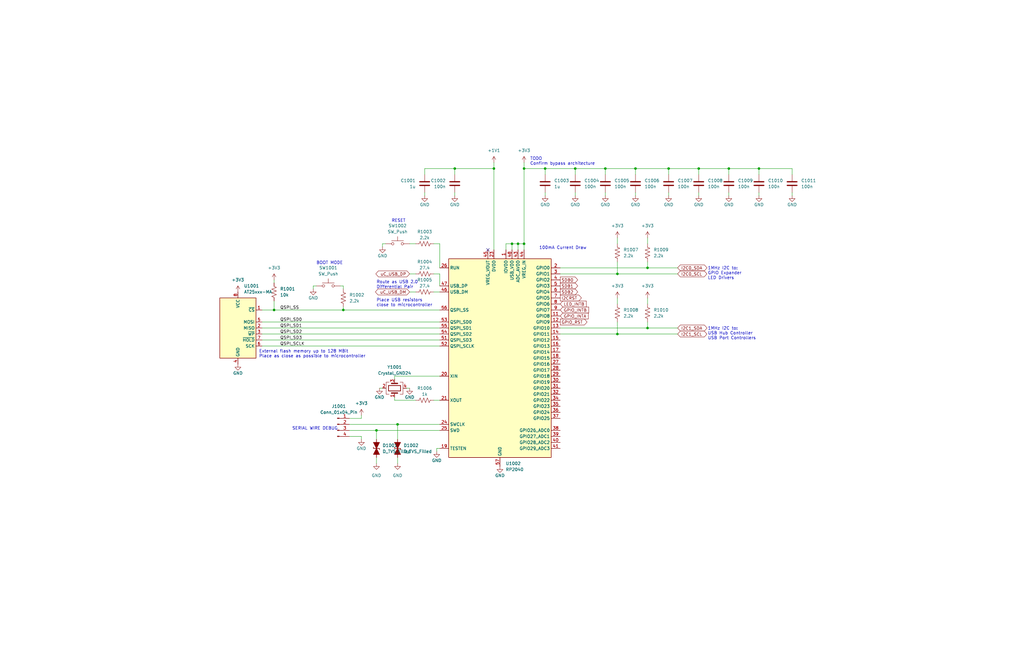
<source format=kicad_sch>
(kicad_sch (version 20230121) (generator eeschema)
  (paper "USLedger")
  (title_block (title "ErgoDUE") (date "2024-01-15") (rev "V0.1"))
  (lib_symbols
    (symbol "Connector:Conn_01x04_Pin" (pin_names (offset 1.016) hide)
      (property "Reference" "J" (at 0 5.08 0))
      (property "Value" "Conn_01x04_Pin" (at 0 -7.62 0))
      (symbol "Conn_01x04_Pin_1_1"
        (polyline (pts (xy 1.27 -5.08) (xy 0.8636 -5.08)) (stroke (width 0.1524)))
        (polyline (pts (xy 1.27 -2.54) (xy 0.8636 -2.54)) (stroke (width 0.1524)))
        (polyline (pts (xy 1.27 0) (xy 0.8636 0)) (stroke (width 0.1524)))
        (polyline (pts (xy 1.27 2.54) (xy 0.8636 2.54)) (stroke (width 0.1524)))
        (rectangle (start 0.8636 -4.953) (end 0 -5.207) (stroke (width 0.1524)) (fill (type outline)))
        (rectangle (start 0.8636 -2.413) (end 0 -2.667) (stroke (width 0.1524)) (fill (type outline)))
        (rectangle (start 0.8636 0.127) (end 0 -0.127) (stroke (width 0.1524)) (fill (type outline)))
        (rectangle (start 0.8636 2.667) (end 0 2.413) (stroke (width 0.1524)) (fill (type outline)))
        (pin passive line (at 5.08 2.54 180) (length 3.81) (name "Pin_1") (number "1"))
        (pin passive line (at 5.08 0 180) (length 3.81) (name "Pin_2") (number "2"))
        (pin passive line (at 5.08 -2.54 180) (length 3.81) (name "Pin_3") (number "3"))
        (pin passive line (at 5.08 -5.08 180) (length 3.81) (name "Pin_4") (number "4"))
      )
    )
    (symbol "Device:C" (pin_numbers hide) (pin_names (offset 0.254))
      (property "Reference" "C" (at 0.635 2.54 0))
      (property "Value" "C" (at 0.635 -2.54 0))
      (symbol "C_0_1"
        (polyline (pts (xy -2.032 -0.762) (xy 2.032 -0.762)) (stroke (width 0.508)))
        (polyline (pts (xy -2.032 0.762) (xy 2.032 0.762)) (stroke (width 0.508)))
      )
      (symbol "C_1_1"
        (pin passive line (at 0 3.81 270) (length 2.794) (name "~") (number "1"))
        (pin passive line (at 0 -3.81 90) (length 2.794) (name "~") (number "2"))
      )
    )
    (symbol "Device:Crystal_GND24" (pin_names (offset 1.016) hide)
      (property "Reference" "Y" (at 3.175 5.08 0))
      (property "Value" "Crystal_GND24" (at 3.175 3.175 0))
      (symbol "Crystal_GND24_0_1"
        (rectangle (start -1.143 2.54) (end 1.143 -2.54) (stroke (width 0.3048)))
        (polyline (pts (xy -2.54 0) (xy -2.032 0)))
        (polyline (pts (xy -2.032 -1.27) (xy -2.032 1.27)) (stroke (width 0.508)))
        (polyline (pts (xy 0 -3.81) (xy 0 -3.556)))
        (polyline (pts (xy 0 3.556) (xy 0 3.81)))
        (polyline (pts (xy 2.032 -1.27) (xy 2.032 1.27)) (stroke (width 0.508)))
        (polyline (pts (xy 2.032 0) (xy 2.54 0)))
        (polyline (pts (xy -2.54 -2.286) (xy -2.54 -3.556) (xy 2.54 -3.556) (xy 2.54 -2.286)))
        (polyline (pts (xy -2.54 2.286) (xy -2.54 3.556) (xy 2.54 3.556) (xy 2.54 2.286)))
      )
      (symbol "Crystal_GND24_1_1"
        (pin passive line (at -3.81 0 0) (length 1.27) (name "1") (number "1"))
        (pin passive line (at 0 5.08 270) (length 1.27) (name "2") (number "2"))
        (pin passive line (at 3.81 0 180) (length 1.27) (name "3") (number "3"))
        (pin passive line (at 0 -5.08 90) (length 1.27) (name "4") (number "4"))
      )
    )
    (symbol "Device:D_TVS_Filled" (pin_numbers hide) (pin_names (offset 1.016) hide)
      (property "Reference" "D" (at 0 2.54 0))
      (property "Value" "D_TVS_Filled" (at 0 -2.54 0))
      (symbol "D_TVS_Filled_0_1"
        (polyline (pts (xy 1.27 0) (xy -1.27 0)))
        (polyline (pts (xy -2.54 -1.27) (xy 0 0) (xy -2.54 1.27) (xy -2.54 -1.27)) (stroke (width 0.254)) (fill (type outline)))
        (polyline (pts (xy 0.508 1.27) (xy 0 1.27) (xy 0 -1.27) (xy -0.508 -1.27)) (stroke (width 0.254)))
        (polyline (pts (xy 2.54 1.27) (xy 2.54 -1.27) (xy 0 0) (xy 2.54 1.27)) (stroke (width 0.254)) (fill (type outline)))
      )
      (symbol "D_TVS_Filled_1_1"
        (pin passive line (at -3.81 0 0) (length 2.54) (name "A1") (number "1"))
        (pin passive line (at 3.81 0 180) (length 2.54) (name "A2") (number "2"))
      )
    )
    (symbol "Device:R_US" (pin_numbers hide) (pin_names (offset 0))
      (property "Reference" "R" (at 2.54 0 90))
      (property "Value" "R_US" (at -2.54 0 90))
      (symbol "R_US_0_1"
        (polyline (pts (xy 0 -2.286) (xy 0 -2.54)))
        (polyline (pts (xy 0 2.286) (xy 0 2.54)))
        (polyline (pts (xy 0 -0.762) (xy 1.016 -1.143) (xy 0 -1.524) (xy -1.016 -1.905) (xy 0 -2.286)))
        (polyline (pts (xy 0 0.762) (xy 1.016 0.381) (xy 0 0) (xy -1.016 -0.381) (xy 0 -0.762)))
        (polyline (pts (xy 0 2.286) (xy 1.016 1.905) (xy 0 1.524) (xy -1.016 1.143) (xy 0 0.762)))
      )
      (symbol "R_US_1_1"
        (pin passive line (at 0 3.81 270) (length 1.27) (name "~") (number "1"))
        (pin passive line (at 0 -3.81 90) (length 1.27) (name "~") (number "2"))
      )
    )
    (symbol "MCU_RaspberryPi:RP2040"
      (property "Reference" "U" (at 17.78 45.72 0))
      (property "Value" "RP2040" (at 17.78 43.18 0))
      (symbol "RP2040_0_1"
        (rectangle (start -21.59 41.91) (end 21.59 -41.91) (stroke (width 0.254)) (fill (type background)))
      )
      (symbol "RP2040_1_1"
        (pin power_in line (at 2.54 45.72 270) (length 3.81) (name "IOVDD") (number "1"))
        (pin passive line (at 2.54 45.72 270) (length 3.81) hide (name "IOVDD") (number "10"))
        (pin bidirectional line (at 25.4 17.78 180) (length 3.81) (name "GPIO8") (number "11"))
        (pin bidirectional line (at 25.4 15.24 180) (length 3.81) (name "GPIO9") (number "12"))
        (pin bidirectional line (at 25.4 12.7 180) (length 3.81) (name "GPIO10") (number "13"))
        (pin bidirectional line (at 25.4 10.16 180) (length 3.81) (name "GPIO11") (number "14"))
        (pin bidirectional line (at 25.4 7.62 180) (length 3.81) (name "GPIO12") (number "15"))
        (pin bidirectional line (at 25.4 5.08 180) (length 3.81) (name "GPIO13") (number "16"))
        (pin bidirectional line (at 25.4 2.54 180) (length 3.81) (name "GPIO14") (number "17"))
        (pin bidirectional line (at 25.4 0 180) (length 3.81) (name "GPIO15") (number "18"))
        (pin input line (at -25.4 -38.1 0) (length 3.81) (name "TESTEN") (number "19"))
        (pin bidirectional line (at 25.4 38.1 180) (length 3.81) (name "GPIO0") (number "2"))
        (pin input line (at -25.4 -7.62 0) (length 3.81) (name "XIN") (number "20"))
        (pin passive line (at -25.4 -17.78 0) (length 3.81) (name "XOUT") (number "21"))
        (pin passive line (at 2.54 45.72 270) (length 3.81) hide (name "IOVDD") (number "22"))
        (pin power_in line (at -2.54 45.72 270) (length 3.81) (name "DVDD") (number "23"))
        (pin input line (at -25.4 -27.94 0) (length 3.81) (name "SWCLK") (number "24"))
        (pin bidirectional line (at -25.4 -30.48 0) (length 3.81) (name "SWD") (number "25"))
        (pin input line (at -25.4 38.1 0) (length 3.81) (name "RUN") (number "26"))
        (pin bidirectional line (at 25.4 -2.54 180) (length 3.81) (name "GPIO16") (number "27"))
        (pin bidirectional line (at 25.4 -5.08 180) (length 3.81) (name "GPIO17") (number "28"))
        (pin bidirectional line (at 25.4 -7.62 180) (length 3.81) (name "GPIO18") (number "29"))
        (pin bidirectional line (at 25.4 35.56 180) (length 3.81) (name "GPIO1") (number "3"))
        (pin bidirectional line (at 25.4 -10.16 180) (length 3.81) (name "GPIO19") (number "30"))
        (pin bidirectional line (at 25.4 -12.7 180) (length 3.81) (name "GPIO20") (number "31"))
        (pin bidirectional line (at 25.4 -15.24 180) (length 3.81) (name "GPIO21") (number "32"))
        (pin passive line (at 2.54 45.72 270) (length 3.81) hide (name "IOVDD") (number "33"))
        (pin bidirectional line (at 25.4 -17.78 180) (length 3.81) (name "GPIO22") (number "34"))
        (pin bidirectional line (at 25.4 -20.32 180) (length 3.81) (name "GPIO23") (number "35"))
        (pin bidirectional line (at 25.4 -22.86 180) (length 3.81) (name "GPIO24") (number "36"))
        (pin bidirectional line (at 25.4 -25.4 180) (length 3.81) (name "GPIO25") (number "37"))
        (pin bidirectional line (at 25.4 -30.48 180) (length 3.81) (name "GPIO26_ADC0") (number "38"))
        (pin bidirectional line (at 25.4 -33.02 180) (length 3.81) (name "GPIO27_ADC1") (number "39"))
        (pin bidirectional line (at 25.4 33.02 180) (length 3.81) (name "GPIO2") (number "4"))
        (pin bidirectional line (at 25.4 -35.56 180) (length 3.81) (name "GPIO28_ADC2") (number "40"))
        (pin bidirectional line (at 25.4 -38.1 180) (length 3.81) (name "GPIO29_ADC3") (number "41"))
        (pin passive line (at 2.54 45.72 270) (length 3.81) hide (name "IOVDD") (number "42"))
        (pin power_in line (at 7.62 45.72 270) (length 3.81) (name "ADC_AVDD") (number "43"))
        (pin power_in line (at 10.16 45.72 270) (length 3.81) (name "VREG_IN") (number "44"))
        (pin power_out line (at -5.08 45.72 270) (length 3.81) (name "VREG_VOUT") (number "45"))
        (pin bidirectional line (at -25.4 27.94 0) (length 3.81) (name "USB_DM") (number "46"))
        (pin bidirectional line (at -25.4 30.48 0) (length 3.81) (name "USB_DP") (number "47"))
        (pin power_in line (at 5.08 45.72 270) (length 3.81) (name "USB_VDD") (number "48"))
        (pin passive line (at 2.54 45.72 270) (length 3.81) hide (name "IOVDD") (number "49"))
        (pin bidirectional line (at 25.4 30.48 180) (length 3.81) (name "GPIO3") (number "5"))
        (pin passive line (at -2.54 45.72 270) (length 3.81) hide (name "DVDD") (number "50"))
        (pin bidirectional line (at -25.4 7.62 0) (length 3.81) (name "QSPI_SD3") (number "51"))
        (pin output line (at -25.4 5.08 0) (length 3.81) (name "QSPI_SCLK") (number "52"))
        (pin bidirectional line (at -25.4 15.24 0) (length 3.81) (name "QSPI_SD0") (number "53"))
        (pin bidirectional line (at -25.4 10.16 0) (length 3.81) (name "QSPI_SD2") (number "54"))
        (pin bidirectional line (at -25.4 12.7 0) (length 3.81) (name "QSPI_SD1") (number "55"))
        (pin bidirectional line (at -25.4 20.32 0) (length 3.81) (name "QSPI_SS") (number "56"))
        (pin power_in line (at 0 -45.72 90) (length 3.81) (name "GND") (number "57"))
        (pin bidirectional line (at 25.4 27.94 180) (length 3.81) (name "GPIO4") (number "6"))
        (pin bidirectional line (at 25.4 25.4 180) (length 3.81) (name "GPIO5") (number "7"))
        (pin bidirectional line (at 25.4 22.86 180) (length 3.81) (name "GPIO6") (number "8"))
        (pin bidirectional line (at 25.4 20.32 180) (length 3.81) (name "GPIO7") (number "9"))
      )
    )
    (symbol "Memory_EEPROM:AT25xxx-MA"
      (property "Reference" "U106" (at 2.54 5.08 0))
      (property "Value" "AT25xxx-MA" (at 2.54 2.54 0))
      (symbol "AT25xxx-MA_1_1"
        (rectangle (start -7.62 0) (end 7.62 -25.4) (stroke (width 0.254)) (fill (type background)))
        (pin input line (at 10.16 -5.08 180) (length 2.54) (name "~{CS}") (number "1"))
        (pin tri_state line (at 10.16 -12.7 180) (length 2.54) (name "MISO") (number "2"))
        (pin input line (at 10.16 -15.24 180) (length 2.54) (name "~{WP}") (number "3"))
        (pin power_in line (at 0 -27.94 90) (length 2.54) (name "GND") (number "4"))
        (pin input line (at 10.16 -10.16 180) (length 2.54) (name "MOSI") (number "5"))
        (pin input line (at 10.16 -20.32 180) (length 2.54) (name "SCK") (number "6"))
        (pin input line (at 10.16 -17.78 180) (length 2.54) (name "~{HOLD}") (number "7"))
        (pin power_in line (at 0 2.54 270) (length 2.54) (name "VCC") (number "8"))
        (pin passive line (at 0 -27.94 90) (length 2.54) hide (name "GND") (number "9"))
      )
    )
    (symbol "Switch:SW_Push" (pin_numbers hide) (pin_names (offset 1.016) hide)
      (property "Reference" "SW" (at 1.27 2.54 0))
      (property "Value" "SW_Push" (at 0 -1.524 0))
      (symbol "SW_Push_0_1"
        (circle (center -2.032 0) (radius 0.508))
        (polyline (pts (xy 0 1.27) (xy 0 3.048)))
        (polyline (pts (xy 2.54 1.27) (xy -2.54 1.27)))
        (circle (center 2.032 0) (radius 0.508))
        (pin passive line (at -5.08 0 0) (length 2.54) (name "1") (number "1"))
        (pin passive line (at 5.08 0 180) (length 2.54) (name "2") (number "2"))
      )
    )
    (symbol "power:+1V1" (power) (pin_names (offset 0))
      (property "Value" "+1V1" (at 0 3.556 0))
      (symbol "+1V1_0_1"
        (polyline (pts (xy -0.762 1.27) (xy 0 2.54)))
        (polyline (pts (xy 0 0) (xy 0 2.54)))
        (polyline (pts (xy 0 2.54) (xy 0.762 1.27)))
      )
      (symbol "+1V1_1_1"
        (pin power_in line (at 0 0 90) (length 0) hide (name "+1V1") (number "1"))
      )
    )
    (symbol "power:+3V3" (power) (pin_names (offset 0))
      (property "Value" "+3V3" (at 0 3.556 0))
      (symbol "+3V3_0_1"
        (polyline (pts (xy -0.762 1.27) (xy 0 2.54)))
        (polyline (pts (xy 0 0) (xy 0 2.54)))
        (polyline (pts (xy 0 2.54) (xy 0.762 1.27)))
      )
      (symbol "+3V3_1_1"
        (pin power_in line (at 0 0 90) (length 0) hide (name "+3V3") (number "1"))
      )
    )
    (symbol "power:GND" (power) (pin_names (offset 0))
      (property "Value" "GND" (at 0 -3.81 0))
      (symbol "GND_0_1"
        (polyline (pts (xy 0 0) (xy 0 -1.27) (xy 1.27 -1.27) (xy 0 -2.54) (xy -1.27 -1.27) (xy 0 -1.27)))
      )
      (symbol "GND_1_1"
        (pin power_in line (at 0 0 270) (length 0) hide (name "GND") (number "1"))
      )
    )
  )
  (junction (at 273.05 113.03))
  (junction (at 242.57 71.12))
  (junction (at 320.04 71.12))
  (junction (at 167.64 179.07))
  (junction (at 273.05 138.43))
  (junction (at 220.98 71.12))
  (junction (at 281.94 71.12))
  (junction (at 191.77 71.12))
  (junction (at 267.97 71.12))
  (junction (at 208.28 71.12))
  (junction (at 115.57 130.81))
  (junction (at 158.75 181.61))
  (junction (at 218.44 102.87))
  (junction (at 220.98 102.87))
  (junction (at 144.78 130.81))
  (junction (at 229.87 71.12))
  (junction (at 260.35 140.97))
  (junction (at 255.27 71.12))
  (junction (at 260.35 115.57))
  (junction (at 294.64 71.12))
  (junction (at 215.9 102.87))
  (junction (at 307.34 71.12))
  (no_connect (at 205.74 105.41))
  (wire (pts (xy 320.04 81.28) (xy 320.04 82.55)))
  (wire (pts (xy 147.32 179.07) (xy 167.64 179.07)))
  (wire (pts (xy 172.72 115.57) (xy 175.26 115.57)))
  (wire (pts (xy 260.35 115.57) (xy 236.22 115.57)))
  (wire (pts (xy 147.32 176.53) (xy 152.4 176.53)))
  (wire (pts (xy 185.42 102.87) (xy 185.42 113.03)))
  (wire (pts (xy 218.44 102.87) (xy 220.98 102.87)))
  (wire (pts (xy 273.05 125.73) (xy 273.05 128.27)))
  (wire (pts (xy 229.87 71.12) (xy 242.57 71.12)))
  (wire (pts (xy 171.45 163.83) (xy 172.72 163.83)))
  (wire (pts (xy 158.75 181.61) (xy 185.42 181.61)))
  (wire (pts (xy 166.37 158.75) (xy 185.42 158.75)))
  (wire (pts (xy 133.35 120.65) (xy 132.08 120.65)))
  (wire (pts (xy 147.32 184.15) (xy 152.4 184.15)))
  (wire (pts (xy 167.64 179.07) (xy 167.64 185.42)))
  (wire (pts (xy 281.94 81.28) (xy 281.94 82.55)))
  (wire (pts (xy 144.78 130.81) (xy 185.42 130.81)))
  (wire (pts (xy 307.34 71.12) (xy 320.04 71.12)))
  (wire (pts (xy 220.98 71.12) (xy 229.87 71.12)))
  (wire (pts (xy 208.28 68.58) (xy 208.28 71.12)))
  (wire (pts (xy 307.34 81.28) (xy 307.34 82.55)))
  (wire (pts (xy 182.88 168.91) (xy 185.42 168.91)))
  (wire (pts (xy 242.57 71.12) (xy 255.27 71.12)))
  (wire (pts (xy 307.34 71.12) (xy 307.34 73.66)))
  (wire (pts (xy 285.75 113.03) (xy 273.05 113.03)))
  (wire (pts (xy 215.9 102.87) (xy 213.36 102.87)))
  (wire (pts (xy 185.42 115.57) (xy 185.42 120.65)))
  (wire (pts (xy 110.49 130.81) (xy 115.57 130.81)))
  (wire (pts (xy 320.04 71.12) (xy 320.04 73.66)))
  (wire (pts (xy 294.64 81.28) (xy 294.64 82.55)))
  (wire (pts (xy 273.05 135.89) (xy 273.05 138.43)))
  (wire (pts (xy 229.87 73.66) (xy 229.87 71.12)))
  (wire (pts (xy 334.01 73.66) (xy 334.01 71.12)))
  (wire (pts (xy 166.37 167.64) (xy 166.37 168.91)))
  (wire (pts (xy 191.77 71.12) (xy 191.77 73.66)))
  (wire (pts (xy 115.57 130.81) (xy 144.78 130.81)))
  (wire (pts (xy 191.77 81.28) (xy 191.77 82.55)))
  (wire (pts (xy 152.4 184.15) (xy 152.4 185.42)))
  (wire (pts (xy 144.78 121.92) (xy 144.78 120.65)))
  (wire (pts (xy 144.78 130.81) (xy 144.78 129.54)))
  (wire (pts (xy 167.64 193.04) (xy 167.64 195.58)))
  (wire (pts (xy 191.77 71.12) (xy 208.28 71.12)))
  (wire (pts (xy 162.56 102.87) (xy 161.29 102.87)))
  (wire (pts (xy 184.15 189.23) (xy 184.15 190.5)))
  (wire (pts (xy 220.98 68.58) (xy 220.98 71.12)))
  (wire (pts (xy 179.07 73.66) (xy 179.07 71.12)))
  (wire (pts (xy 161.29 102.87) (xy 161.29 104.14)))
  (wire (pts (xy 179.07 81.28) (xy 179.07 82.55)))
  (wire (pts (xy 182.88 115.57) (xy 185.42 115.57)))
  (wire (pts (xy 182.88 102.87) (xy 185.42 102.87)))
  (wire (pts (xy 132.08 120.65) (xy 132.08 121.92)))
  (wire (pts (xy 185.42 189.23) (xy 184.15 189.23)))
  (wire (pts (xy 166.37 158.75) (xy 166.37 160.02)))
  (wire (pts (xy 260.35 110.49) (xy 260.35 115.57)))
  (wire (pts (xy 110.49 146.05) (xy 185.42 146.05)))
  (wire (pts (xy 182.88 123.19) (xy 185.42 123.19)))
  (wire (pts (xy 320.04 71.12) (xy 334.01 71.12)))
  (wire (pts (xy 220.98 105.41) (xy 220.98 102.87)))
  (wire (pts (xy 218.44 105.41) (xy 218.44 102.87)))
  (wire (pts (xy 172.72 102.87) (xy 175.26 102.87)))
  (wire (pts (xy 281.94 71.12) (xy 294.64 71.12)))
  (wire (pts (xy 115.57 118.11) (xy 115.57 119.38)))
  (wire (pts (xy 260.35 100.33) (xy 260.35 102.87)))
  (wire (pts (xy 294.64 71.12) (xy 307.34 71.12)))
  (wire (pts (xy 158.75 181.61) (xy 158.75 185.42)))
  (wire (pts (xy 144.78 120.65) (xy 143.51 120.65)))
  (wire (pts (xy 242.57 81.28) (xy 242.57 82.55)))
  (wire (pts (xy 273.05 138.43) (xy 236.22 138.43)))
  (wire (pts (xy 110.49 143.51) (xy 185.42 143.51)))
  (wire (pts (xy 115.57 127) (xy 115.57 130.81)))
  (wire (pts (xy 110.49 138.43) (xy 185.42 138.43)))
  (wire (pts (xy 255.27 81.28) (xy 255.27 82.55)))
  (wire (pts (xy 110.49 140.97) (xy 185.42 140.97)))
  (wire (pts (xy 260.35 140.97) (xy 236.22 140.97)))
  (wire (pts (xy 110.49 135.89) (xy 185.42 135.89)))
  (wire (pts (xy 273.05 110.49) (xy 273.05 113.03)))
  (wire (pts (xy 260.35 135.89) (xy 260.35 140.97)))
  (wire (pts (xy 267.97 71.12) (xy 281.94 71.12)))
  (wire (pts (xy 172.72 123.19) (xy 175.26 123.19)))
  (wire (pts (xy 273.05 100.33) (xy 273.05 102.87)))
  (wire (pts (xy 167.64 179.07) (xy 185.42 179.07)))
  (wire (pts (xy 285.75 140.97) (xy 260.35 140.97)))
  (wire (pts (xy 152.4 175.26) (xy 152.4 176.53)))
  (wire (pts (xy 229.87 81.28) (xy 229.87 82.55)))
  (wire (pts (xy 267.97 71.12) (xy 267.97 73.66)))
  (wire (pts (xy 213.36 102.87) (xy 213.36 105.41)))
  (wire (pts (xy 260.35 125.73) (xy 260.35 128.27)))
  (wire (pts (xy 285.75 115.57) (xy 260.35 115.57)))
  (wire (pts (xy 255.27 71.12) (xy 267.97 71.12)))
  (wire (pts (xy 218.44 102.87) (xy 215.9 102.87)))
  (wire (pts (xy 281.94 71.12) (xy 281.94 73.66)))
  (wire (pts (xy 147.32 181.61) (xy 158.75 181.61)))
  (wire (pts (xy 334.01 81.28) (xy 334.01 82.55)))
  (wire (pts (xy 267.97 81.28) (xy 267.97 82.55)))
  (wire (pts (xy 179.07 71.12) (xy 191.77 71.12)))
  (wire (pts (xy 158.75 193.04) (xy 158.75 195.58)))
  (wire (pts (xy 242.57 71.12) (xy 242.57 73.66)))
  (wire (pts (xy 255.27 71.12) (xy 255.27 73.66)))
  (wire (pts (xy 273.05 113.03) (xy 236.22 113.03)))
  (wire (pts (xy 285.75 138.43) (xy 273.05 138.43)))
  (wire (pts (xy 215.9 102.87) (xy 215.9 105.41)))
  (wire (pts (xy 220.98 102.87) (xy 220.98 71.12)))
  (wire (pts (xy 208.28 71.12) (xy 208.28 105.41)))
  (wire (pts (xy 166.37 168.91) (xy 175.26 168.91)))
  (wire (pts (xy 161.29 163.83) (xy 160.02 163.83)))
  (wire (pts (xy 294.64 71.12) (xy 294.64 73.66)))
  (text "TODO\nConfirm bypass architecture" (at 223.52 69.85 0) (effects (font (size 1.27 1.27)) (justify left bottom)))
  (text "Place USB resistors\nclose to microcontroller" (at 158.75 129.54 0) (effects (font (size 1.27 1.27)) (justify left bottom)))
  (text "1MHz I2C to:\nUSB Hub Controller\nUSB Port Controllers" (at 298.45 143.51 0) (effects (font (size 1.27 1.27)) (justify left bottom)))
  (text "BOOT MODE" (at 133.35 111.76 0) (effects (font (size 1.27 1.27)) (justify left bottom)))
  (text "100mA Current Draw" (at 227.33 105.41 0) (effects (font (size 1.27 1.27)) (justify left bottom)))
  (text "RESET" (at 165.1 93.98 0) (effects (font (size 1.27 1.27)) (justify left bottom)))
  (text "SERIAL WIRE DEBUG" (at 123.19 181.61 0) (effects (font (size 1.27 1.27)) (justify left bottom)))
  (text "External flash memory up to 128 MBit\nPlace as close as possible to microcontroller" (at 109.22 151.13 0) (effects (font (size 1.27 1.27)) (justify left bottom)))
  (text "1MHz I2C to:\nGPIO Expander\nLED Drivers" (at 298.45 118.11 0) (effects (font (size 1.27 1.27)) (justify left bottom)))
  (text "Route as USB 2.0\nDifferential Pair" (at 158.75 121.92 0) (effects (font (size 1.27 1.27)) (justify left bottom)))
  (label "QSPI_SCLK" (at 118.11 146.05 0))
  (label "QSPI_SD2" (at 118.11 140.97 0))
  (label "QSPI_SD1" (at 118.11 138.43 0))
  (label "QSPI_SD3" (at 118.11 143.51 0))
  (label "QSPI_SD0" (at 118.11 135.89 0))
  (label "QSPI_SS" (at 118.11 130.81 0))
  (global_label "GPIO_RST" (shape output) (at 236.22 135.89 0) (property "Intersheetrefs" "${INTERSHEET_REFS}" (effects hide)))
  (global_label "I2C1_SDA" (shape bidirectional) (at 285.75 138.43 0) (property "Intersheetrefs" "${INTERSHEET_REFS}" (effects hide)))
  (global_label "I2C0_SCL" (shape bidirectional) (at 285.75 115.57 0) (property "Intersheetrefs" "${INTERSHEET_REFS}" (effects hide)))
  (global_label "LED_INTB" (shape input) (at 236.22 128.27 0) (property "Intersheetrefs" "${INTERSHEET_REFS}" (effects hide)))
  (global_label "GPIO_INTB" (shape input) (at 236.22 130.81 0) (property "Intersheetrefs" "${INTERSHEET_REFS}" (effects hide)))
  (global_label "uC_USB_DM" (shape bidirectional) (at 172.72 123.19 180) (property "Intersheetrefs" "${INTERSHEET_REFS}" (effects hide)))
  (global_label "GPIO_INTA" (shape input) (at 236.22 133.35 0) (property "Intersheetrefs" "${INTERSHEET_REFS}" (effects hide)))
  (global_label "SDB1" (shape output) (at 236.22 120.65 0) (property "Intersheetrefs" "${INTERSHEET_REFS}" (effects hide)))
  (global_label "I2C1_SCL" (shape bidirectional) (at 285.75 140.97 0) (property "Intersheetrefs" "${INTERSHEET_REFS}" (effects hide)))
  (global_label "uC_USB_DP" (shape bidirectional) (at 172.72 115.57 180) (property "Intersheetrefs" "${INTERSHEET_REFS}" (effects hide)))
  (global_label "I2CRST" (shape output) (at 236.22 125.73 0) (property "Intersheetrefs" "${INTERSHEET_REFS}" (effects hide)))
  (global_label "I2C0_SDA" (shape bidirectional) (at 285.75 113.03 0) (property "Intersheetrefs" "${INTERSHEET_REFS}" (effects hide)))
  (global_label "SDB2" (shape output) (at 236.22 123.19 0) (property "Intersheetrefs" "${INTERSHEET_REFS}" (effects hide)))
  (global_label "SDB0" (shape output) (at 236.22 118.11 0) (property "Intersheetrefs" "${INTERSHEET_REFS}" (effects hide)))
  (symbol (lib_id "power:GND") (at 191.77 82.55 0) (mirror y) (unit 1)
    (property "Reference" "#PWR01014" (effects hide))
    (property "Value" "GND" (at 191.77 86.36 0))
  )
  (symbol (lib_id "Device:C") (at 229.87 77.47 0) (unit 1)
    (property "Reference" "C1003" (at 233.68 76.2 0) (effects (justify left)))
    (property "Value" "1u" (at 233.68 78.74 0) (effects (justify left)))
  )
  (symbol (lib_id "power:GND") (at 184.15 190.5 0) (unit 1)
    (property "Reference" "#PWR01013" (effects hide))
    (property "Value" "GND" (at 184.15 194.31 0))
  )
  (symbol (lib_id "Device:C") (at 307.34 77.47 0) (unit 1)
    (property "Reference" "C1009" (at 311.15 76.2 0) (effects (justify left)))
    (property "Value" "100n" (at 311.15 78.74 0) (effects (justify left)))
  )
  (symbol (lib_id "power:+3V3") (at 273.05 100.33 0) (unit 1)
    (property "Reference" "#PWR01024" (effects hide))
    (property "Value" "+3V3" (at 273.05 95.25 0))
  )
  (symbol (lib_id "Device:D_TVS_Filled") (at 167.64 189.23 90) (unit 1)
    (property "Reference" "D1002" (at 170.18 187.96 90) (effects (justify right)))
    (property "Value" "D_TVS_Filled" (at 170.18 190.5 90) (effects (justify right)))
  )
  (symbol (lib_id "power:GND") (at 160.02 163.83 0) (unit 1)
    (property "Reference" "#PWR01008" (effects hide))
    (property "Value" "GND" (at 160.02 167.64 0))
  )
  (symbol (lib_id "power:GND") (at 158.75 195.58 0) (unit 1)
    (property "Reference" "#PWR01007" (effects hide))
    (property "Value" "GND" (at 158.75 200.66 0))
  )
  (symbol (lib_id "Device:C") (at 281.94 77.47 0) (unit 1)
    (property "Reference" "C1007" (at 285.75 76.2 0) (effects (justify left)))
    (property "Value" "100n" (at 285.75 78.74 0) (effects (justify left)))
  )
  (symbol (lib_id "power:GND") (at 294.64 82.55 0) (unit 1)
    (property "Reference" "#PWR01027" (effects hide))
    (property "Value" "GND" (at 294.64 86.36 0))
  )
  (symbol (lib_id "power:GND") (at 179.07 82.55 0) (mirror y) (unit 1)
    (property "Reference" "#PWR01012" (effects hide))
    (property "Value" "GND" (at 179.07 86.36 0))
  )
  (symbol (lib_id "Device:C") (at 242.57 77.47 0) (unit 1)
    (property "Reference" "C1004" (at 246.38 76.2 0) (effects (justify left)))
    (property "Value" "100n" (at 246.38 78.74 0) (effects (justify left)))
  )
  (symbol (lib_id "power:GND") (at 167.64 195.58 0) (unit 1)
    (property "Reference" "#PWR01010" (effects hide))
    (property "Value" "GND" (at 167.64 200.66 0))
  )
  (symbol (lib_id "power:GND") (at 161.29 104.14 0) (unit 1)
    (property "Reference" "#PWR01009" (effects hide))
    (property "Value" "GND" (at 161.29 107.95 0))
  )
  (symbol (lib_id "power:GND") (at 132.08 121.92 0) (unit 1)
    (property "Reference" "#PWR01004" (effects hide))
    (property "Value" "GND" (at 132.08 125.73 0))
  )
  (symbol (lib_id "Memory_EEPROM:AT25xxx-MA") (at 100.33 125.73 0) (unit 1)
    (property "Reference" "U1001" (at 102.87 120.65 0) (effects (justify left)))
    (property "Value" "AT25xxx-MA" (at 102.87 123.19 0) (effects (justify left)))
    (property "Footprint" "Package_DFN_QFN:DFN-8-1EP_3x2mm_P0.5mm_EP1.75x1.45mm" (effects hide))
    (property "Datasheet" "http://ww1.microchip.com/downloads/en/DeviceDoc/Atmel-8707-SEEPROM-AT25010B-020B-040B-Datasheet.pdf" (effects hide))
  )
  (symbol (lib_id "power:GND") (at 172.72 163.83 0) (unit 1)
    (property "Reference" "#PWR01011" (effects hide))
    (property "Value" "GND" (at 172.72 167.64 0))
  )
  (symbol (lib_id "Device:R_US") (at 115.57 123.19 0) (unit 1)
    (property "Reference" "R1001" (at 118.11 121.92 0) (effects (justify left)))
    (property "Value" "10k" (at 118.11 124.46 0) (effects (justify left)))
  )
  (symbol (lib_id "Device:C") (at 179.07 77.47 0) (mirror y) (unit 1)
    (property "Reference" "C1001" (at 175.26 76.2 0) (effects (justify left)))
    (property "Value" "1u" (at 175.26 78.74 0) (effects (justify left)))
  )
  (symbol (lib_id "Switch:SW_Push") (at 167.64 102.87 0) (unit 1)
    (property "Reference" "SW1002" (at 167.64 95.25 0))
    (property "Value" "SW_Push" (at 167.64 97.79 0))
  )
  (symbol (lib_id "power:GND") (at 320.04 82.55 0) (unit 1)
    (property "Reference" "#PWR01029" (effects hide))
    (property "Value" "GND" (at 320.04 86.36 0))
  )
  (symbol (lib_id "power:+1V1") (at 208.28 68.58 0) (unit 1)
    (property "Reference" "#PWR01015" (effects hide))
    (property "Value" "+1V1" (at 208.28 63.5 0))
  )
  (symbol (lib_id "power:+3V3") (at 100.33 123.19 0) (unit 1)
    (property "Reference" "#PWR01001" (effects hide))
    (property "Value" "+3V3" (at 100.33 118.11 0))
  )
  (symbol (lib_id "MCU_RaspberryPi:RP2040") (at 210.82 151.13 0) (unit 1)
    (property "Reference" "U1002" (at 213.2228 195.58 0) (effects (justify left)))
    (property "Value" "RP2040" (at 213.2228 198.12 0) (effects (justify left)))
    (property "Footprint" "Package_DFN_QFN:QFN-56-1EP_7x7mm_P0.4mm_EP3.2x3.2mm" (effects hide))
    (property "Datasheet" "https://datasheets.raspberrypi.com/rp2040/rp2040-datasheet.pdf" (effects hide))
  )
  (symbol (lib_id "Device:R_US") (at 273.05 132.08 0) (unit 1)
    (property "Reference" "R1010" (at 275.59 130.81 0) (effects (justify left)))
    (property "Value" "2.2k" (at 275.59 133.35 0) (effects (justify left)))
  )
  (symbol (lib_id "power:GND") (at 100.33 153.67 0) (unit 1)
    (property "Reference" "#PWR01002" (effects hide))
    (property "Value" "GND" (at 100.33 157.48 0))
  )
  (symbol (lib_id "Device:C") (at 320.04 77.47 0) (unit 1)
    (property "Reference" "C1010" (at 323.85 76.2 0) (effects (justify left)))
    (property "Value" "100n" (at 323.85 78.74 0) (effects (justify left)))
  )
  (symbol (lib_id "Device:R_US") (at 273.05 106.68 0) (unit 1)
    (property "Reference" "R1009" (at 275.59 105.41 0) (effects (justify left)))
    (property "Value" "2.2k" (at 275.59 107.95 0) (effects (justify left)))
  )
  (symbol (lib_id "power:+3V3") (at 273.05 125.73 0) (unit 1)
    (property "Reference" "#PWR01025" (effects hide))
    (property "Value" "+3V3" (at 273.05 120.65 0))
  )
  (symbol (lib_id "power:GND") (at 152.4 185.42 0) (unit 1)
    (property "Reference" "#PWR01006" (effects hide))
    (property "Value" "GND" (at 152.4 189.23 0))
  )
  (symbol (lib_id "power:GND") (at 242.57 82.55 0) (unit 1)
    (property "Reference" "#PWR01019" (effects hide))
    (property "Value" "GND" (at 242.57 86.36 0))
  )
  (symbol (lib_id "Device:Crystal_GND24") (at 166.37 163.83 90) (unit 1)
    (property "Reference" "Y1001" (at 166.37 154.94 90))
    (property "Value" "Crystal_GND24" (at 166.37 157.48 90))
  )
  (symbol (lib_id "power:GND") (at 307.34 82.55 0) (unit 1)
    (property "Reference" "#PWR01028" (effects hide))
    (property "Value" "GND" (at 307.34 86.36 0))
  )
  (symbol (lib_id "power:+3V3") (at 115.57 118.11 0) (unit 1)
    (property "Reference" "#PWR01003" (effects hide))
    (property "Value" "+3V3" (at 115.57 113.03 0))
  )
  (symbol (lib_id "Device:R_US") (at 260.35 106.68 0) (unit 1)
    (property "Reference" "R1007" (at 262.89 105.41 0) (effects (justify left)))
    (property "Value" "2.2k" (at 262.89 107.95 0) (effects (justify left)))
  )
  (symbol (lib_id "Device:C") (at 191.77 77.47 0) (mirror y) (unit 1)
    (property "Reference" "C1002" (at 187.96 76.2 0) (effects (justify left)))
    (property "Value" "100n" (at 187.96 78.74 0) (effects (justify left)))
  )
  (symbol (lib_id "power:GND") (at 334.01 82.55 0) (unit 1)
    (property "Reference" "#PWR01030" (effects hide))
    (property "Value" "GND" (at 334.01 86.36 0))
  )
  (symbol (lib_id "power:+3V3") (at 260.35 125.73 0) (unit 1)
    (property "Reference" "#PWR01022" (effects hide))
    (property "Value" "+3V3" (at 260.35 120.65 0))
  )
  (symbol (lib_id "power:+3V3") (at 220.98 68.58 0) (unit 1)
    (property "Reference" "#PWR01017" (effects hide))
    (property "Value" "+3V3" (at 220.98 63.5 0))
  )
  (symbol (lib_id "power:+3V3") (at 152.4 175.26 0) (unit 1)
    (property "Reference" "#PWR01005" (effects hide))
    (property "Value" "+3V3" (at 152.4 170.18 0))
  )
  (symbol (lib_id "Device:D_TVS_Filled") (at 158.75 189.23 90) (unit 1)
    (property "Reference" "D1001" (at 161.29 187.96 90) (effects (justify right)))
    (property "Value" "D_TVS_Filled" (at 161.29 190.5 90) (effects (justify right)))
  )
  (symbol (lib_id "power:GND") (at 210.82 196.85 0) (unit 1)
    (property "Reference" "#PWR01016" (effects hide))
    (property "Value" "GND" (at 210.82 200.66 0))
  )
  (symbol (lib_id "power:+3V3") (at 260.35 100.33 0) (unit 1)
    (property "Reference" "#PWR01021" (effects hide))
    (property "Value" "+3V3" (at 260.35 95.25 0))
  )
  (symbol (lib_id "Device:C") (at 255.27 77.47 0) (unit 1)
    (property "Reference" "C1005" (at 259.08 76.2 0) (effects (justify left)))
    (property "Value" "100n" (at 259.08 78.74 0) (effects (justify left)))
  )
  (symbol (lib_id "power:GND") (at 267.97 82.55 0) (unit 1)
    (property "Reference" "#PWR01023" (effects hide))
    (property "Value" "GND" (at 267.97 86.36 0))
  )
  (symbol (lib_id "Device:R_US") (at 179.07 115.57 90) (unit 1)
    (property "Reference" "R1004" (at 179.07 110.49 90))
    (property "Value" "27.4" (at 179.07 113.03 90))
  )
  (symbol (lib_id "Device:R_US") (at 260.35 132.08 0) (unit 1)
    (property "Reference" "R1008" (at 262.89 130.81 0) (effects (justify left)))
    (property "Value" "2.2k" (at 262.89 133.35 0) (effects (justify left)))
  )
  (symbol (lib_id "Device:C") (at 334.01 77.47 0) (unit 1)
    (property "Reference" "C1011" (at 337.82 76.2 0) (effects (justify left)))
    (property "Value" "100n" (at 337.82 78.74 0) (effects (justify left)))
  )
  (symbol (lib_id "power:GND") (at 281.94 82.55 0) (unit 1)
    (property "Reference" "#PWR01026" (effects hide))
    (property "Value" "GND" (at 281.94 86.36 0))
  )
  (symbol (lib_id "Device:R_US") (at 179.07 168.91 90) (unit 1)
    (property "Reference" "R1006" (at 179.07 163.83 90))
    (property "Value" "1k" (at 179.07 166.37 90))
  )
  (symbol (lib_id "power:GND") (at 229.87 82.55 0) (unit 1)
    (property "Reference" "#PWR01018" (effects hide))
    (property "Value" "GND" (at 229.87 86.36 0))
  )
  (symbol (lib_id "Device:R_US") (at 179.07 102.87 90) (unit 1)
    (property "Reference" "R1003" (at 179.07 97.79 90))
    (property "Value" "2.2k" (at 179.07 100.33 90))
  )
  (symbol (lib_id "Device:R_US") (at 179.07 123.19 90) (unit 1)
    (property "Reference" "R1005" (at 179.07 118.11 90))
    (property "Value" "27.4" (at 179.07 120.65 90))
  )
  (symbol (lib_id "Device:C") (at 294.64 77.47 0) (unit 1)
    (property "Reference" "C1008" (at 298.45 76.2 0) (effects (justify left)))
    (property "Value" "100n" (at 298.45 78.74 0) (effects (justify left)))
  )
  (symbol (lib_id "Connector:Conn_01x04_Pin") (at 142.24 179.07 0) (unit 1)
    (property "Reference" "J1001" (at 142.875 171.45 0))
    (property "Value" "Conn_01x04_Pin" (at 142.875 173.99 0))
  )
  (symbol (lib_id "Device:R_US") (at 144.78 125.73 0) (unit 1)
    (property "Reference" "R1002" (at 147.32 124.46 0) (effects (justify left)))
    (property "Value" "2.2k" (at 147.32 127 0) (effects (justify left)))
  )
  (symbol (lib_id "power:GND") (at 255.27 82.55 0) (unit 1)
    (property "Reference" "#PWR01020" (effects hide))
    (property "Value" "GND" (at 255.27 86.36 0))
  )
  (symbol (lib_id "Device:C") (at 267.97 77.47 0) (unit 1)
    (property "Reference" "C1006" (at 271.78 76.2 0) (effects (justify left)))
    (property "Value" "100n" (at 271.78 78.74 0) (effects (justify left)))
  )
  (symbol (lib_id "Switch:SW_Push") (at 138.43 120.65 0) (unit 1)
    (property "Reference" "SW1001" (at 138.43 113.03 0))
    (property "Value" "SW_Push" (at 138.43 115.57 0))
  )
)
</source>
